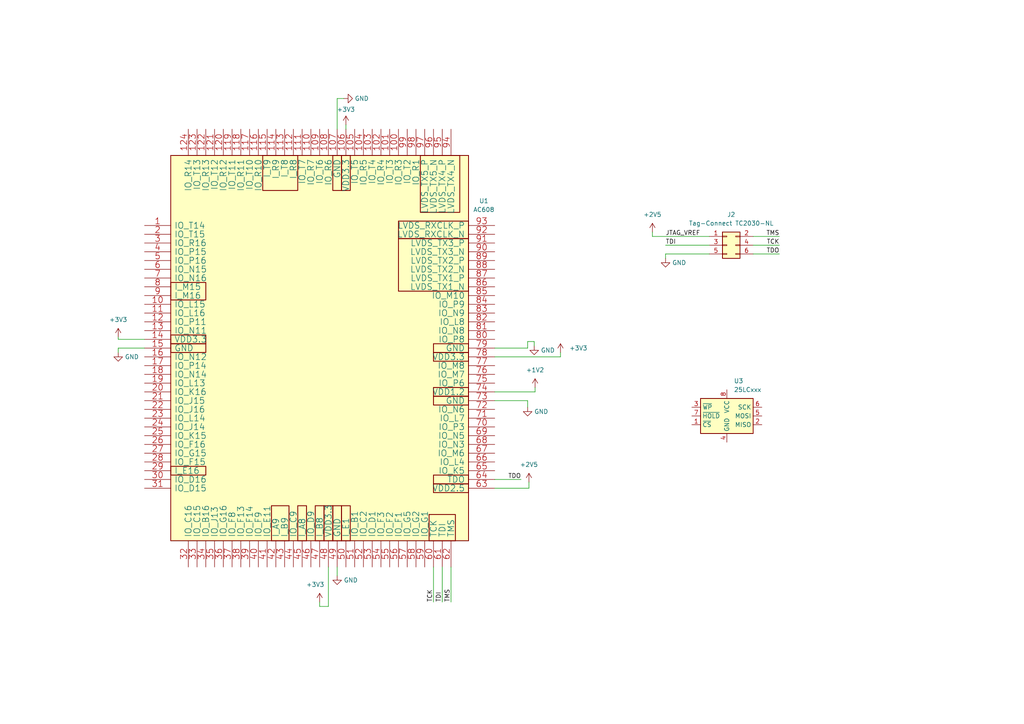
<source format=kicad_sch>
(kicad_sch (version 20211123) (generator eeschema)

  (uuid 0b3e935e-a044-466e-ac7e-7e11a153719b)

  (paper "A4")

  (lib_symbols
    (symbol "Connector_Generic:Conn_02x03_Odd_Even" (pin_names (offset 1.016) hide) (in_bom yes) (on_board yes)
      (property "Reference" "J" (id 0) (at 1.27 5.08 0)
        (effects (font (size 1.27 1.27)))
      )
      (property "Value" "Conn_02x03_Odd_Even" (id 1) (at 1.27 -5.08 0)
        (effects (font (size 1.27 1.27)))
      )
      (property "Footprint" "" (id 2) (at 0 0 0)
        (effects (font (size 1.27 1.27)) hide)
      )
      (property "Datasheet" "~" (id 3) (at 0 0 0)
        (effects (font (size 1.27 1.27)) hide)
      )
      (property "ki_keywords" "connector" (id 4) (at 0 0 0)
        (effects (font (size 1.27 1.27)) hide)
      )
      (property "ki_description" "Generic connector, double row, 02x03, odd/even pin numbering scheme (row 1 odd numbers, row 2 even numbers), script generated (kicad-library-utils/schlib/autogen/connector/)" (id 5) (at 0 0 0)
        (effects (font (size 1.27 1.27)) hide)
      )
      (property "ki_fp_filters" "Connector*:*_2x??_*" (id 6) (at 0 0 0)
        (effects (font (size 1.27 1.27)) hide)
      )
      (symbol "Conn_02x03_Odd_Even_1_1"
        (rectangle (start -1.27 -2.413) (end 0 -2.667)
          (stroke (width 0.1524) (type default) (color 0 0 0 0))
          (fill (type none))
        )
        (rectangle (start -1.27 0.127) (end 0 -0.127)
          (stroke (width 0.1524) (type default) (color 0 0 0 0))
          (fill (type none))
        )
        (rectangle (start -1.27 2.667) (end 0 2.413)
          (stroke (width 0.1524) (type default) (color 0 0 0 0))
          (fill (type none))
        )
        (rectangle (start -1.27 3.81) (end 3.81 -3.81)
          (stroke (width 0.254) (type default) (color 0 0 0 0))
          (fill (type background))
        )
        (rectangle (start 3.81 -2.413) (end 2.54 -2.667)
          (stroke (width 0.1524) (type default) (color 0 0 0 0))
          (fill (type none))
        )
        (rectangle (start 3.81 0.127) (end 2.54 -0.127)
          (stroke (width 0.1524) (type default) (color 0 0 0 0))
          (fill (type none))
        )
        (rectangle (start 3.81 2.667) (end 2.54 2.413)
          (stroke (width 0.1524) (type default) (color 0 0 0 0))
          (fill (type none))
        )
        (pin passive line (at -5.08 2.54 0) (length 3.81)
          (name "Pin_1" (effects (font (size 1.27 1.27))))
          (number "1" (effects (font (size 1.27 1.27))))
        )
        (pin passive line (at 7.62 2.54 180) (length 3.81)
          (name "Pin_2" (effects (font (size 1.27 1.27))))
          (number "2" (effects (font (size 1.27 1.27))))
        )
        (pin passive line (at -5.08 0 0) (length 3.81)
          (name "Pin_3" (effects (font (size 1.27 1.27))))
          (number "3" (effects (font (size 1.27 1.27))))
        )
        (pin passive line (at 7.62 0 180) (length 3.81)
          (name "Pin_4" (effects (font (size 1.27 1.27))))
          (number "4" (effects (font (size 1.27 1.27))))
        )
        (pin passive line (at -5.08 -2.54 0) (length 3.81)
          (name "Pin_5" (effects (font (size 1.27 1.27))))
          (number "5" (effects (font (size 1.27 1.27))))
        )
        (pin passive line (at 7.62 -2.54 180) (length 3.81)
          (name "Pin_6" (effects (font (size 1.27 1.27))))
          (number "6" (effects (font (size 1.27 1.27))))
        )
      )
    )
    (symbol "Memory_EEPROM:25LCxxx" (in_bom yes) (on_board yes)
      (property "Reference" "U" (id 0) (at -7.62 6.35 0)
        (effects (font (size 1.27 1.27)))
      )
      (property "Value" "25LCxxx" (id 1) (at 2.54 -6.35 0)
        (effects (font (size 1.27 1.27)) (justify left))
      )
      (property "Footprint" "" (id 2) (at 0 0 0)
        (effects (font (size 1.27 1.27)) hide)
      )
      (property "Datasheet" "http://ww1.microchip.com/downloads/en/DeviceDoc/21832H.pdf" (id 3) (at 0 0 0)
        (effects (font (size 1.27 1.27)) hide)
      )
      (property "ki_keywords" "EEPROM memory SPI serial" (id 4) (at 0 0 0)
        (effects (font (size 1.27 1.27)) hide)
      )
      (property "ki_description" "SPI Serial EEPROM, DIP-8/SOIC-8/TSSOP-8" (id 5) (at 0 0 0)
        (effects (font (size 1.27 1.27)) hide)
      )
      (property "ki_fp_filters" "DIP*W7.62mm* SOIC*3.9x4.9mm* TSSOP*4.4x3mm*P0.65mm*" (id 6) (at 0 0 0)
        (effects (font (size 1.27 1.27)) hide)
      )
      (symbol "25LCxxx_1_1"
        (rectangle (start -7.62 5.08) (end 7.62 -5.08)
          (stroke (width 0.254) (type default) (color 0 0 0 0))
          (fill (type background))
        )
        (pin input line (at -10.16 -2.54 0) (length 2.54)
          (name "~{CS}" (effects (font (size 1.27 1.27))))
          (number "1" (effects (font (size 1.27 1.27))))
        )
        (pin tri_state line (at 10.16 -2.54 180) (length 2.54)
          (name "MISO" (effects (font (size 1.27 1.27))))
          (number "2" (effects (font (size 1.27 1.27))))
        )
        (pin input line (at -10.16 2.54 0) (length 2.54)
          (name "~{WP}" (effects (font (size 1.27 1.27))))
          (number "3" (effects (font (size 1.27 1.27))))
        )
        (pin power_in line (at 0 -7.62 90) (length 2.54)
          (name "GND" (effects (font (size 1.27 1.27))))
          (number "4" (effects (font (size 1.27 1.27))))
        )
        (pin input line (at 10.16 0 180) (length 2.54)
          (name "MOSI" (effects (font (size 1.27 1.27))))
          (number "5" (effects (font (size 1.27 1.27))))
        )
        (pin input line (at 10.16 2.54 180) (length 2.54)
          (name "SCK" (effects (font (size 1.27 1.27))))
          (number "6" (effects (font (size 1.27 1.27))))
        )
        (pin input line (at -10.16 0 0) (length 2.54)
          (name "~{HOLD}" (effects (font (size 1.27 1.27))))
          (number "7" (effects (font (size 1.27 1.27))))
        )
        (pin power_in line (at 0 7.62 270) (length 2.54)
          (name "VCC" (effects (font (size 1.27 1.27))))
          (number "8" (effects (font (size 1.27 1.27))))
        )
      )
    )
    (symbol "ac608:AC608" (pin_names (offset 1.016)) (in_bom yes) (on_board yes)
      (property "Reference" "U" (id 0) (at -4.572 1.27 0)
        (effects (font (size 1.27 1.27)) (justify left bottom))
      )
      (property "Value" "AC608" (id 1) (at -4.572 -1.27 0)
        (effects (font (size 1.27 1.27)) (justify left bottom))
      )
      (property "Footprint" "" (id 2) (at -44.45 38.1 0)
        (effects (font (size 1.27 1.27)))
      )
      (property "Datasheet" "" (id 3) (at -44.45 38.1 0)
        (effects (font (size 1.27 1.27)))
      )
      (property "ki_description" "AC608 Xiaomiege FPGA module" (id 4) (at 0 0 0)
        (effects (font (size 1.27 1.27)) hide)
      )
      (symbol "AC608_0_1"
        (rectangle (start -44.45 -58.42) (end 41.91 53.34)
          (stroke (width 0.254) (type default) (color 0 0 0 0))
          (fill (type background))
        )
        (rectangle (start -44.45 -39.37) (end -34.29 -36.83)
          (stroke (width 0.254) (type default) (color 0 0 0 0))
          (fill (type background))
        )
        (rectangle (start -44.45 -3.81) (end -34.29 -1.27)
          (stroke (width 0.254) (type default) (color 0 0 0 0))
          (fill (type background))
        )
        (rectangle (start -44.45 -1.27) (end -34.29 1.27)
          (stroke (width 0.254) (type default) (color 0 0 0 0))
          (fill (type background))
        )
        (rectangle (start -44.45 11.43) (end -34.29 16.51)
          (stroke (width 0.254) (type default) (color 0 0 0 0))
          (fill (type background))
        )
        (rectangle (start -17.78 43.18) (end -7.62 53.34)
          (stroke (width 0.254) (type default) (color 0 0 0 0))
          (fill (type background))
        )
        (rectangle (start -15.24 -58.42) (end -10.16 -48.26)
          (stroke (width 0.254) (type default) (color 0 0 0 0))
          (fill (type background))
        )
        (rectangle (start -7.62 -58.42) (end -5.08 -48.26)
          (stroke (width 0.254) (type default) (color 0 0 0 0))
          (fill (type background))
        )
        (rectangle (start -2.54 -58.42) (end 0 -48.26)
          (stroke (width 0.254) (type default) (color 0 0 0 0))
          (fill (type background))
        )
        (rectangle (start 0 -58.42) (end 2.54 -48.26)
          (stroke (width 0.254) (type default) (color 0 0 0 0))
          (fill (type background))
        )
        (rectangle (start 2.54 -58.42) (end 5.08 -48.26)
          (stroke (width 0.254) (type default) (color 0 0 0 0))
          (fill (type background))
        )
        (rectangle (start 2.54 43.18) (end 5.08 53.34)
          (stroke (width 0.254) (type default) (color 0 0 0 0))
          (fill (type background))
        )
        (rectangle (start 5.08 -58.42) (end 7.62 -48.26)
          (stroke (width 0.254) (type default) (color 0 0 0 0))
          (fill (type background))
        )
        (rectangle (start 5.08 43.18) (end 7.62 53.34)
          (stroke (width 0.254) (type default) (color 0 0 0 0))
          (fill (type background))
        )
        (rectangle (start 21.59 13.97) (end 41.91 29.21)
          (stroke (width 0.254) (type default) (color 0 0 0 0))
          (fill (type background))
        )
        (rectangle (start 21.59 29.21) (end 41.91 34.29)
          (stroke (width 0.254) (type default) (color 0 0 0 0))
          (fill (type background))
        )
        (rectangle (start 27.94 36.83) (end 39.37 53.34)
          (stroke (width 0.254) (type default) (color 0 0 0 0))
          (fill (type background))
        )
        (rectangle (start 30.48 -58.42) (end 38.1 -50.8)
          (stroke (width 0.254) (type default) (color 0 0 0 0))
          (fill (type background))
        )
        (rectangle (start 31.75 -44.45) (end 41.91 -41.91)
          (stroke (width 0.254) (type default) (color 0 0 0 0))
          (fill (type background))
        )
        (rectangle (start 31.75 -41.91) (end 41.91 -39.37)
          (stroke (width 0.254) (type default) (color 0 0 0 0))
          (fill (type background))
        )
        (rectangle (start 31.75 -19.05) (end 41.91 -16.51)
          (stroke (width 0.254) (type default) (color 0 0 0 0))
          (fill (type background))
        )
        (rectangle (start 31.75 -16.51) (end 41.91 -13.97)
          (stroke (width 0.254) (type default) (color 0 0 0 0))
          (fill (type background))
        )
        (rectangle (start 31.75 -6.35) (end 41.91 -3.81)
          (stroke (width 0.254) (type default) (color 0 0 0 0))
          (fill (type background))
        )
        (rectangle (start 31.75 -3.81) (end 41.91 -1.27)
          (stroke (width 0.254) (type default) (color 0 0 0 0))
          (fill (type background))
        )
        (pin bidirectional line (at -52.07 33.02 0) (length 7.62)
          (name "IO_T14" (effects (font (size 1.778 1.778))))
          (number "1" (effects (font (size 1.778 1.778))))
        )
        (pin bidirectional line (at -52.07 10.16 0) (length 7.62)
          (name "IO_L15" (effects (font (size 1.778 1.778))))
          (number "10" (effects (font (size 1.778 1.778))))
        )
        (pin bidirectional line (at 21.59 60.96 270) (length 7.62)
          (name "IO_R3" (effects (font (size 1.778 1.778))))
          (number "100" (effects (font (size 1.778 1.778))))
        )
        (pin bidirectional line (at 19.05 60.96 270) (length 7.62)
          (name "IO_T3" (effects (font (size 1.778 1.778))))
          (number "101" (effects (font (size 1.778 1.778))))
        )
        (pin bidirectional line (at 16.51 60.96 270) (length 7.62)
          (name "IO_R4" (effects (font (size 1.778 1.778))))
          (number "102" (effects (font (size 1.778 1.778))))
        )
        (pin bidirectional line (at 13.97 60.96 270) (length 7.62)
          (name "IO_T4" (effects (font (size 1.778 1.778))))
          (number "103" (effects (font (size 1.778 1.778))))
        )
        (pin bidirectional line (at 11.43 60.96 270) (length 7.62)
          (name "IO_R5" (effects (font (size 1.778 1.778))))
          (number "104" (effects (font (size 1.778 1.778))))
        )
        (pin bidirectional line (at 8.89 60.96 270) (length 7.62)
          (name "IO_T5" (effects (font (size 1.778 1.778))))
          (number "105" (effects (font (size 1.778 1.778))))
        )
        (pin power_in line (at 6.35 60.96 270) (length 7.62)
          (name "VDD3.3" (effects (font (size 1.778 1.778))))
          (number "106" (effects (font (size 1.778 1.778))))
        )
        (pin power_in line (at 3.81 60.96 270) (length 7.62)
          (name "GND" (effects (font (size 1.778 1.778))))
          (number "107" (effects (font (size 1.778 1.778))))
        )
        (pin bidirectional line (at 1.27 60.96 270) (length 7.62)
          (name "IO_R6" (effects (font (size 1.778 1.778))))
          (number "108" (effects (font (size 1.778 1.778))))
        )
        (pin bidirectional line (at -1.27 60.96 270) (length 7.62)
          (name "IO_T6" (effects (font (size 1.778 1.778))))
          (number "109" (effects (font (size 1.778 1.778))))
        )
        (pin bidirectional line (at -52.07 7.62 0) (length 7.62)
          (name "IO_L16" (effects (font (size 1.778 1.778))))
          (number "11" (effects (font (size 1.778 1.778))))
        )
        (pin bidirectional line (at -3.81 60.96 270) (length 7.62)
          (name "IO_R7" (effects (font (size 1.778 1.778))))
          (number "110" (effects (font (size 1.778 1.778))))
        )
        (pin bidirectional line (at -6.35 60.96 270) (length 7.62)
          (name "IO_T7" (effects (font (size 1.778 1.778))))
          (number "111" (effects (font (size 1.778 1.778))))
        )
        (pin input line (at -8.89 60.96 270) (length 7.62)
          (name "I_R8" (effects (font (size 1.778 1.778))))
          (number "112" (effects (font (size 1.778 1.778))))
        )
        (pin input line (at -11.43 60.96 270) (length 7.62)
          (name "I_T8" (effects (font (size 1.778 1.778))))
          (number "113" (effects (font (size 1.778 1.778))))
        )
        (pin input line (at -13.97 60.96 270) (length 7.62)
          (name "I_R9" (effects (font (size 1.778 1.778))))
          (number "114" (effects (font (size 1.778 1.778))))
        )
        (pin input line (at -16.51 60.96 270) (length 7.62)
          (name "I_T9" (effects (font (size 1.778 1.778))))
          (number "115" (effects (font (size 1.778 1.778))))
        )
        (pin bidirectional line (at -19.05 60.96 270) (length 7.62)
          (name "IO_R10" (effects (font (size 1.778 1.778))))
          (number "116" (effects (font (size 1.778 1.778))))
        )
        (pin bidirectional line (at -21.59 60.96 270) (length 7.62)
          (name "IO_T10" (effects (font (size 1.778 1.778))))
          (number "117" (effects (font (size 1.778 1.778))))
        )
        (pin bidirectional line (at -24.13 60.96 270) (length 7.62)
          (name "IO_R11" (effects (font (size 1.778 1.778))))
          (number "118" (effects (font (size 1.778 1.778))))
        )
        (pin bidirectional line (at -26.67 60.96 270) (length 7.62)
          (name "IO_T11" (effects (font (size 1.778 1.778))))
          (number "119" (effects (font (size 1.778 1.778))))
        )
        (pin bidirectional line (at -52.07 5.08 0) (length 7.62)
          (name "IO_P11" (effects (font (size 1.778 1.778))))
          (number "12" (effects (font (size 1.778 1.778))))
        )
        (pin bidirectional line (at -29.21 60.96 270) (length 7.62)
          (name "IO_R12" (effects (font (size 1.778 1.778))))
          (number "120" (effects (font (size 1.778 1.778))))
        )
        (pin bidirectional line (at -31.75 60.96 270) (length 7.62)
          (name "IO_T12" (effects (font (size 1.778 1.778))))
          (number "121" (effects (font (size 1.778 1.778))))
        )
        (pin bidirectional line (at -34.29 60.96 270) (length 7.62)
          (name "IO_R13" (effects (font (size 1.778 1.778))))
          (number "122" (effects (font (size 1.778 1.778))))
        )
        (pin bidirectional line (at -36.83 60.96 270) (length 7.62)
          (name "IO_T13" (effects (font (size 1.778 1.778))))
          (number "123" (effects (font (size 1.778 1.778))))
        )
        (pin bidirectional line (at -39.37 60.96 270) (length 7.62)
          (name "IO_R14" (effects (font (size 1.778 1.778))))
          (number "124" (effects (font (size 1.778 1.778))))
        )
        (pin bidirectional line (at -52.07 2.54 0) (length 7.62)
          (name "IO_N11" (effects (font (size 1.778 1.778))))
          (number "13" (effects (font (size 1.778 1.778))))
        )
        (pin power_in line (at -52.07 0 0) (length 7.62)
          (name "VDD3.3" (effects (font (size 1.778 1.778))))
          (number "14" (effects (font (size 1.778 1.778))))
        )
        (pin power_in line (at -52.07 -2.54 0) (length 7.62)
          (name "GND" (effects (font (size 1.778 1.778))))
          (number "15" (effects (font (size 1.778 1.778))))
        )
        (pin bidirectional line (at -52.07 -5.08 0) (length 7.62)
          (name "IO_N12" (effects (font (size 1.778 1.778))))
          (number "16" (effects (font (size 1.778 1.778))))
        )
        (pin bidirectional line (at -52.07 -7.62 0) (length 7.62)
          (name "IO_P14" (effects (font (size 1.778 1.778))))
          (number "17" (effects (font (size 1.778 1.778))))
        )
        (pin bidirectional line (at -52.07 -10.16 0) (length 7.62)
          (name "IO_N14" (effects (font (size 1.778 1.778))))
          (number "18" (effects (font (size 1.778 1.778))))
        )
        (pin bidirectional line (at -52.07 -12.7 0) (length 7.62)
          (name "IO_L13" (effects (font (size 1.778 1.778))))
          (number "19" (effects (font (size 1.778 1.778))))
        )
        (pin bidirectional line (at -52.07 30.48 0) (length 7.62)
          (name "IO_T15" (effects (font (size 1.778 1.778))))
          (number "2" (effects (font (size 1.778 1.778))))
        )
        (pin bidirectional line (at -52.07 -15.24 0) (length 7.62)
          (name "IO_K16" (effects (font (size 1.778 1.778))))
          (number "20" (effects (font (size 1.778 1.778))))
        )
        (pin bidirectional line (at -52.07 -17.78 0) (length 7.62)
          (name "IO_J15" (effects (font (size 1.778 1.778))))
          (number "21" (effects (font (size 1.778 1.778))))
        )
        (pin bidirectional line (at -52.07 -20.32 0) (length 7.62)
          (name "IO_J16" (effects (font (size 1.778 1.778))))
          (number "22" (effects (font (size 1.778 1.778))))
        )
        (pin bidirectional line (at -52.07 -22.86 0) (length 7.62)
          (name "IO_L14" (effects (font (size 1.778 1.778))))
          (number "23" (effects (font (size 1.778 1.778))))
        )
        (pin bidirectional line (at -52.07 -25.4 0) (length 7.62)
          (name "IO_J14" (effects (font (size 1.778 1.778))))
          (number "24" (effects (font (size 1.778 1.778))))
        )
        (pin bidirectional line (at -52.07 -27.94 0) (length 7.62)
          (name "IO_K15" (effects (font (size 1.778 1.778))))
          (number "25" (effects (font (size 1.778 1.778))))
        )
        (pin bidirectional line (at -52.07 -30.48 0) (length 7.62)
          (name "IO_F16" (effects (font (size 1.778 1.778))))
          (number "26" (effects (font (size 1.778 1.778))))
        )
        (pin bidirectional line (at -52.07 -33.02 0) (length 7.62)
          (name "IO_G15" (effects (font (size 1.778 1.778))))
          (number "27" (effects (font (size 1.778 1.778))))
        )
        (pin bidirectional line (at -52.07 -35.56 0) (length 7.62)
          (name "IO_F15" (effects (font (size 1.778 1.778))))
          (number "28" (effects (font (size 1.778 1.778))))
        )
        (pin input line (at -52.07 -38.1 0) (length 7.62)
          (name "I_E16" (effects (font (size 1.778 1.778))))
          (number "29" (effects (font (size 1.778 1.778))))
        )
        (pin bidirectional line (at -52.07 27.94 0) (length 7.62)
          (name "IO_R16" (effects (font (size 1.778 1.778))))
          (number "3" (effects (font (size 1.778 1.778))))
        )
        (pin bidirectional line (at -52.07 -40.64 0) (length 7.62)
          (name "IO_D16" (effects (font (size 1.778 1.778))))
          (number "30" (effects (font (size 1.778 1.778))))
        )
        (pin bidirectional line (at -52.07 -43.18 0) (length 7.62)
          (name "IO_D15" (effects (font (size 1.778 1.778))))
          (number "31" (effects (font (size 1.778 1.778))))
        )
        (pin bidirectional line (at -39.37 -66.04 90) (length 7.62)
          (name "IO_C16" (effects (font (size 1.778 1.778))))
          (number "32" (effects (font (size 1.778 1.778))))
        )
        (pin bidirectional line (at -36.83 -66.04 90) (length 7.62)
          (name "IO_C15" (effects (font (size 1.778 1.778))))
          (number "33" (effects (font (size 1.778 1.778))))
        )
        (pin bidirectional line (at -34.29 -66.04 90) (length 7.62)
          (name "IO_B16" (effects (font (size 1.778 1.778))))
          (number "34" (effects (font (size 1.778 1.778))))
        )
        (pin bidirectional line (at -31.75 -66.04 90) (length 7.62)
          (name "IO_J13" (effects (font (size 1.778 1.778))))
          (number "35" (effects (font (size 1.778 1.778))))
        )
        (pin bidirectional line (at -29.21 -66.04 90) (length 7.62)
          (name "IO_G16" (effects (font (size 1.778 1.778))))
          (number "36" (effects (font (size 1.778 1.778))))
        )
        (pin bidirectional line (at -26.67 -66.04 90) (length 7.62)
          (name "IO_F8" (effects (font (size 1.778 1.778))))
          (number "37" (effects (font (size 1.778 1.778))))
        )
        (pin bidirectional line (at -24.13 -66.04 90) (length 7.62)
          (name "IO_F13" (effects (font (size 1.778 1.778))))
          (number "38" (effects (font (size 1.778 1.778))))
        )
        (pin bidirectional line (at -21.59 -66.04 90) (length 7.62)
          (name "IO_F14" (effects (font (size 1.778 1.778))))
          (number "39" (effects (font (size 1.778 1.778))))
        )
        (pin bidirectional line (at -52.07 25.4 0) (length 7.62)
          (name "IO_P15" (effects (font (size 1.778 1.778))))
          (number "4" (effects (font (size 1.778 1.778))))
        )
        (pin bidirectional line (at -19.05 -66.04 90) (length 7.62)
          (name "IO_F9" (effects (font (size 1.778 1.778))))
          (number "40" (effects (font (size 1.778 1.778))))
        )
        (pin bidirectional line (at -16.51 -66.04 90) (length 7.62)
          (name "IO_E11" (effects (font (size 1.778 1.778))))
          (number "41" (effects (font (size 1.778 1.778))))
        )
        (pin input line (at -13.97 -66.04 90) (length 7.62)
          (name "I_A9" (effects (font (size 1.778 1.778))))
          (number "42" (effects (font (size 1.778 1.778))))
        )
        (pin input line (at -11.43 -66.04 90) (length 7.62)
          (name "I_B9" (effects (font (size 1.778 1.778))))
          (number "43" (effects (font (size 1.778 1.778))))
        )
        (pin bidirectional line (at -8.89 -66.04 90) (length 7.62)
          (name "IO_C9" (effects (font (size 1.778 1.778))))
          (number "44" (effects (font (size 1.778 1.778))))
        )
        (pin input line (at -6.35 -66.04 90) (length 7.62)
          (name "I_A8" (effects (font (size 1.778 1.778))))
          (number "45" (effects (font (size 1.778 1.778))))
        )
        (pin bidirectional line (at -3.81 -66.04 90) (length 7.62)
          (name "IO_D9" (effects (font (size 1.778 1.778))))
          (number "46" (effects (font (size 1.778 1.778))))
        )
        (pin input line (at -1.27 -66.04 90) (length 7.62)
          (name "I_B8" (effects (font (size 1.778 1.778))))
          (number "47" (effects (font (size 1.778 1.778))))
        )
        (pin power_in line (at 1.27 -66.04 90) (length 7.62)
          (name "VDD3.3" (effects (font (size 1.778 1.778))))
          (number "48" (effects (font (size 1.778 1.778))))
        )
        (pin power_in line (at 3.81 -66.04 90) (length 7.62)
          (name "GND" (effects (font (size 1.778 1.778))))
          (number "49" (effects (font (size 1.778 1.778))))
        )
        (pin bidirectional line (at -52.07 22.86 0) (length 7.62)
          (name "IO_P16" (effects (font (size 1.778 1.778))))
          (number "5" (effects (font (size 1.778 1.778))))
        )
        (pin bidirectional line (at 6.35 -66.04 90) (length 7.62)
          (name "I_E1" (effects (font (size 1.778 1.778))))
          (number "50" (effects (font (size 1.778 1.778))))
        )
        (pin bidirectional line (at 8.89 -66.04 90) (length 7.62)
          (name "IO_B1" (effects (font (size 1.778 1.778))))
          (number "51" (effects (font (size 1.778 1.778))))
        )
        (pin bidirectional line (at 11.43 -66.04 90) (length 7.62)
          (name "IO_C2" (effects (font (size 1.778 1.778))))
          (number "52" (effects (font (size 1.778 1.778))))
        )
        (pin bidirectional line (at 13.97 -66.04 90) (length 7.62)
          (name "IO_D1" (effects (font (size 1.778 1.778))))
          (number "53" (effects (font (size 1.778 1.778))))
        )
        (pin bidirectional line (at 16.51 -66.04 90) (length 7.62)
          (name "IO_F3" (effects (font (size 1.778 1.778))))
          (number "54" (effects (font (size 1.778 1.778))))
        )
        (pin bidirectional line (at 19.05 -66.04 90) (length 7.62)
          (name "IO_F2" (effects (font (size 1.778 1.778))))
          (number "55" (effects (font (size 1.778 1.778))))
        )
        (pin bidirectional line (at 21.59 -66.04 90) (length 7.62)
          (name "IO_F1" (effects (font (size 1.778 1.778))))
          (number "56" (effects (font (size 1.778 1.778))))
        )
        (pin bidirectional line (at 24.13 -66.04 90) (length 7.62)
          (name "IO_G5" (effects (font (size 1.778 1.778))))
          (number "57" (effects (font (size 1.778 1.778))))
        )
        (pin bidirectional line (at 26.67 -66.04 90) (length 7.62)
          (name "IO_G2" (effects (font (size 1.778 1.778))))
          (number "58" (effects (font (size 1.778 1.778))))
        )
        (pin bidirectional line (at 29.21 -66.04 90) (length 7.62)
          (name "IO_G1" (effects (font (size 1.778 1.778))))
          (number "59" (effects (font (size 1.778 1.778))))
        )
        (pin bidirectional line (at -52.07 20.32 0) (length 7.62)
          (name "IO_N15" (effects (font (size 1.778 1.778))))
          (number "6" (effects (font (size 1.778 1.778))))
        )
        (pin bidirectional line (at 31.75 -66.04 90) (length 7.62)
          (name "TCK" (effects (font (size 1.778 1.778))))
          (number "60" (effects (font (size 1.778 1.778))))
        )
        (pin bidirectional line (at 34.29 -66.04 90) (length 7.62)
          (name "TDI" (effects (font (size 1.778 1.778))))
          (number "61" (effects (font (size 1.778 1.778))))
        )
        (pin bidirectional line (at 36.83 -66.04 90) (length 7.62)
          (name "TMS" (effects (font (size 1.778 1.778))))
          (number "62" (effects (font (size 1.778 1.778))))
        )
        (pin power_in line (at 49.53 -43.18 180) (length 7.62)
          (name "VDD2.5" (effects (font (size 1.778 1.778))))
          (number "63" (effects (font (size 1.778 1.778))))
        )
        (pin bidirectional line (at 49.53 -40.64 180) (length 7.62)
          (name "TDO" (effects (font (size 1.778 1.778))))
          (number "64" (effects (font (size 1.778 1.778))))
        )
        (pin bidirectional line (at 49.53 -38.1 180) (length 7.62)
          (name "IO_K5" (effects (font (size 1.778 1.778))))
          (number "65" (effects (font (size 1.778 1.778))))
        )
        (pin bidirectional line (at 49.53 -35.56 180) (length 7.62)
          (name "IO_L4" (effects (font (size 1.778 1.778))))
          (number "66" (effects (font (size 1.778 1.778))))
        )
        (pin bidirectional line (at 49.53 -33.02 180) (length 7.62)
          (name "IO_M6" (effects (font (size 1.778 1.778))))
          (number "67" (effects (font (size 1.778 1.778))))
        )
        (pin bidirectional line (at 49.53 -30.48 180) (length 7.62)
          (name "IO_N3" (effects (font (size 1.778 1.778))))
          (number "68" (effects (font (size 1.778 1.778))))
        )
        (pin bidirectional line (at 49.53 -27.94 180) (length 7.62)
          (name "IO_N5" (effects (font (size 1.778 1.778))))
          (number "69" (effects (font (size 1.778 1.778))))
        )
        (pin bidirectional line (at -52.07 17.78 0) (length 7.62)
          (name "IO_N16" (effects (font (size 1.778 1.778))))
          (number "7" (effects (font (size 1.778 1.778))))
        )
        (pin bidirectional line (at 49.53 -25.4 180) (length 7.62)
          (name "IO_P3" (effects (font (size 1.778 1.778))))
          (number "70" (effects (font (size 1.778 1.778))))
        )
        (pin bidirectional line (at 49.53 -22.86 180) (length 7.62)
          (name "IO_L7" (effects (font (size 1.778 1.778))))
          (number "71" (effects (font (size 1.778 1.778))))
        )
        (pin bidirectional line (at 49.53 -20.32 180) (length 7.62)
          (name "IO_N6" (effects (font (size 1.778 1.778))))
          (number "72" (effects (font (size 1.778 1.778))))
        )
        (pin power_in line (at 49.53 -17.78 180) (length 7.62)
          (name "GND" (effects (font (size 1.778 1.778))))
          (number "73" (effects (font (size 1.778 1.778))))
        )
        (pin power_in line (at 49.53 -15.24 180) (length 7.62)
          (name "VDD1.2" (effects (font (size 1.778 1.778))))
          (number "74" (effects (font (size 1.778 1.778))))
        )
        (pin bidirectional line (at 49.53 -12.7 180) (length 7.62)
          (name "IO_P6" (effects (font (size 1.778 1.778))))
          (number "75" (effects (font (size 1.778 1.778))))
        )
        (pin bidirectional line (at 49.53 -10.16 180) (length 7.62)
          (name "IO_M7" (effects (font (size 1.778 1.778))))
          (number "76" (effects (font (size 1.778 1.778))))
        )
        (pin bidirectional line (at 49.53 -7.62 180) (length 7.62)
          (name "IO_M8" (effects (font (size 1.778 1.778))))
          (number "77" (effects (font (size 1.778 1.778))))
        )
        (pin power_in line (at 49.53 -5.08 180) (length 7.62)
          (name "VDD3.3" (effects (font (size 1.778 1.778))))
          (number "78" (effects (font (size 1.778 1.778))))
        )
        (pin power_in line (at 49.53 -2.54 180) (length 7.62)
          (name "GND" (effects (font (size 1.778 1.778))))
          (number "79" (effects (font (size 1.778 1.778))))
        )
        (pin input line (at -52.07 15.24 0) (length 7.62)
          (name "I_M15" (effects (font (size 1.778 1.778))))
          (number "8" (effects (font (size 1.778 1.778))))
        )
        (pin bidirectional line (at 49.53 0 180) (length 7.62)
          (name "IO_P8" (effects (font (size 1.778 1.778))))
          (number "80" (effects (font (size 1.778 1.778))))
        )
        (pin bidirectional line (at 49.53 2.54 180) (length 7.62)
          (name "IO_N8" (effects (font (size 1.778 1.778))))
          (number "81" (effects (font (size 1.778 1.778))))
        )
        (pin bidirectional line (at 49.53 5.08 180) (length 7.62)
          (name "IO_L8" (effects (font (size 1.778 1.778))))
          (number "82" (effects (font (size 1.778 1.778))))
        )
        (pin bidirectional line (at 49.53 7.62 180) (length 7.62)
          (name "IO_N9" (effects (font (size 1.778 1.778))))
          (number "83" (effects (font (size 1.778 1.778))))
        )
        (pin bidirectional line (at 49.53 10.16 180) (length 7.62)
          (name "IO_P9" (effects (font (size 1.778 1.778))))
          (number "84" (effects (font (size 1.778 1.778))))
        )
        (pin bidirectional line (at 49.53 12.7 180) (length 7.62)
          (name "IO_M10" (effects (font (size 1.778 1.778))))
          (number "85" (effects (font (size 1.778 1.778))))
        )
        (pin bidirectional line (at 49.53 15.24 180) (length 7.62)
          (name "LVDS_TX1_N" (effects (font (size 1.778 1.778))))
          (number "86" (effects (font (size 1.778 1.778))))
        )
        (pin bidirectional line (at 49.53 17.78 180) (length 7.62)
          (name "LVDS_TX1_P" (effects (font (size 1.778 1.778))))
          (number "87" (effects (font (size 1.778 1.778))))
        )
        (pin bidirectional line (at 49.53 20.32 180) (length 7.62)
          (name "LVDS_TX2_N" (effects (font (size 1.778 1.778))))
          (number "88" (effects (font (size 1.778 1.778))))
        )
        (pin bidirectional line (at 49.53 22.86 180) (length 7.62)
          (name "LVDS_TX2_P" (effects (font (size 1.778 1.778))))
          (number "89" (effects (font (size 1.778 1.778))))
        )
        (pin input line (at -52.07 12.7 0) (length 7.62)
          (name "I_M16" (effects (font (size 1.778 1.778))))
          (number "9" (effects (font (size 1.778 1.778))))
        )
        (pin bidirectional line (at 49.53 25.4 180) (length 7.62)
          (name "LVDS_TX3_N" (effects (font (size 1.778 1.778))))
          (number "90" (effects (font (size 1.778 1.778))))
        )
        (pin bidirectional line (at 49.53 27.94 180) (length 7.62)
          (name "LVDS_TX3_P" (effects (font (size 1.778 1.778))))
          (number "91" (effects (font (size 1.778 1.778))))
        )
        (pin bidirectional line (at 49.53 30.48 180) (length 7.62)
          (name "LVDS_RXCLK_N" (effects (font (size 1.778 1.778))))
          (number "92" (effects (font (size 1.778 1.778))))
        )
        (pin bidirectional line (at 49.53 33.02 180) (length 7.62)
          (name "LVDS_RXCLK_P" (effects (font (size 1.778 1.778))))
          (number "93" (effects (font (size 1.778 1.778))))
        )
        (pin bidirectional line (at 36.83 60.96 270) (length 7.62)
          (name "LVDS_TX4_N" (effects (font (size 1.778 1.778))))
          (number "94" (effects (font (size 1.778 1.778))))
        )
        (pin bidirectional line (at 34.29 60.96 270) (length 7.62)
          (name "LVDS_TX4_P" (effects (font (size 1.778 1.778))))
          (number "95" (effects (font (size 1.778 1.778))))
        )
        (pin bidirectional line (at 31.75 60.96 270) (length 7.62)
          (name "LVDS_TX5_N" (effects (font (size 1.778 1.778))))
          (number "96" (effects (font (size 1.778 1.778))))
        )
        (pin bidirectional line (at 29.21 60.96 270) (length 7.62)
          (name "LVDS_TX5_P" (effects (font (size 1.778 1.778))))
          (number "97" (effects (font (size 1.778 1.778))))
        )
        (pin bidirectional line (at 26.67 60.96 270) (length 7.62)
          (name "IO_R1" (effects (font (size 1.778 1.778))))
          (number "98" (effects (font (size 1.778 1.778))))
        )
        (pin bidirectional line (at 24.13 60.96 270) (length 7.62)
          (name "IO_T2" (effects (font (size 1.778 1.778))))
          (number "99" (effects (font (size 1.778 1.778))))
        )
      )
    )
    (symbol "power:+1V2" (power) (pin_names (offset 0)) (in_bom yes) (on_board yes)
      (property "Reference" "#PWR" (id 0) (at 0 -3.81 0)
        (effects (font (size 1.27 1.27)) hide)
      )
      (property "Value" "+1V2" (id 1) (at 0 3.556 0)
        (effects (font (size 1.27 1.27)))
      )
      (property "Footprint" "" (id 2) (at 0 0 0)
        (effects (font (size 1.27 1.27)) hide)
      )
      (property "Datasheet" "" (id 3) (at 0 0 0)
        (effects (font (size 1.27 1.27)) hide)
      )
      (property "ki_keywords" "power-flag" (id 4) (at 0 0 0)
        (effects (font (size 1.27 1.27)) hide)
      )
      (property "ki_description" "Power symbol creates a global label with name \"+1V2\"" (id 5) (at 0 0 0)
        (effects (font (size 1.27 1.27)) hide)
      )
      (symbol "+1V2_0_1"
        (polyline
          (pts
            (xy -0.762 1.27)
            (xy 0 2.54)
          )
          (stroke (width 0) (type default) (color 0 0 0 0))
          (fill (type none))
        )
        (polyline
          (pts
            (xy 0 0)
            (xy 0 2.54)
          )
          (stroke (width 0) (type default) (color 0 0 0 0))
          (fill (type none))
        )
        (polyline
          (pts
            (xy 0 2.54)
            (xy 0.762 1.27)
          )
          (stroke (width 0) (type default) (color 0 0 0 0))
          (fill (type none))
        )
      )
      (symbol "+1V2_1_1"
        (pin power_in line (at 0 0 90) (length 0) hide
          (name "+1V2" (effects (font (size 1.27 1.27))))
          (number "1" (effects (font (size 1.27 1.27))))
        )
      )
    )
    (symbol "power:+2V5" (power) (pin_names (offset 0)) (in_bom yes) (on_board yes)
      (property "Reference" "#PWR" (id 0) (at 0 -3.81 0)
        (effects (font (size 1.27 1.27)) hide)
      )
      (property "Value" "+2V5" (id 1) (at 0 3.556 0)
        (effects (font (size 1.27 1.27)))
      )
      (property "Footprint" "" (id 2) (at 0 0 0)
        (effects (font (size 1.27 1.27)) hide)
      )
      (property "Datasheet" "" (id 3) (at 0 0 0)
        (effects (font (size 1.27 1.27)) hide)
      )
      (property "ki_keywords" "power-flag" (id 4) (at 0 0 0)
        (effects (font (size 1.27 1.27)) hide)
      )
      (property "ki_description" "Power symbol creates a global label with name \"+2V5\"" (id 5) (at 0 0 0)
        (effects (font (size 1.27 1.27)) hide)
      )
      (symbol "+2V5_0_1"
        (polyline
          (pts
            (xy -0.762 1.27)
            (xy 0 2.54)
          )
          (stroke (width 0) (type default) (color 0 0 0 0))
          (fill (type none))
        )
        (polyline
          (pts
            (xy 0 0)
            (xy 0 2.54)
          )
          (stroke (width 0) (type default) (color 0 0 0 0))
          (fill (type none))
        )
        (polyline
          (pts
            (xy 0 2.54)
            (xy 0.762 1.27)
          )
          (stroke (width 0) (type default) (color 0 0 0 0))
          (fill (type none))
        )
      )
      (symbol "+2V5_1_1"
        (pin power_in line (at 0 0 90) (length 0) hide
          (name "+2V5" (effects (font (size 1.27 1.27))))
          (number "1" (effects (font (size 1.27 1.27))))
        )
      )
    )
    (symbol "power:+3V3" (power) (pin_names (offset 0)) (in_bom yes) (on_board yes)
      (property "Reference" "#PWR" (id 0) (at 0 -3.81 0)
        (effects (font (size 1.27 1.27)) hide)
      )
      (property "Value" "+3V3" (id 1) (at 0 3.556 0)
        (effects (font (size 1.27 1.27)))
      )
      (property "Footprint" "" (id 2) (at 0 0 0)
        (effects (font (size 1.27 1.27)) hide)
      )
      (property "Datasheet" "" (id 3) (at 0 0 0)
        (effects (font (size 1.27 1.27)) hide)
      )
      (property "ki_keywords" "power-flag" (id 4) (at 0 0 0)
        (effects (font (size 1.27 1.27)) hide)
      )
      (property "ki_description" "Power symbol creates a global label with name \"+3V3\"" (id 5) (at 0 0 0)
        (effects (font (size 1.27 1.27)) hide)
      )
      (symbol "+3V3_0_1"
        (polyline
          (pts
            (xy -0.762 1.27)
            (xy 0 2.54)
          )
          (stroke (width 0) (type default) (color 0 0 0 0))
          (fill (type none))
        )
        (polyline
          (pts
            (xy 0 0)
            (xy 0 2.54)
          )
          (stroke (width 0) (type default) (color 0 0 0 0))
          (fill (type none))
        )
        (polyline
          (pts
            (xy 0 2.54)
            (xy 0.762 1.27)
          )
          (stroke (width 0) (type default) (color 0 0 0 0))
          (fill (type none))
        )
      )
      (symbol "+3V3_1_1"
        (pin power_in line (at 0 0 90) (length 0) hide
          (name "+3V3" (effects (font (size 1.27 1.27))))
          (number "1" (effects (font (size 1.27 1.27))))
        )
      )
    )
    (symbol "power:GND" (power) (pin_names (offset 0)) (in_bom yes) (on_board yes)
      (property "Reference" "#PWR" (id 0) (at 0 -6.35 0)
        (effects (font (size 1.27 1.27)) hide)
      )
      (property "Value" "GND" (id 1) (at 0 -3.81 0)
        (effects (font (size 1.27 1.27)))
      )
      (property "Footprint" "" (id 2) (at 0 0 0)
        (effects (font (size 1.27 1.27)) hide)
      )
      (property "Datasheet" "" (id 3) (at 0 0 0)
        (effects (font (size 1.27 1.27)) hide)
      )
      (property "ki_keywords" "power-flag" (id 4) (at 0 0 0)
        (effects (font (size 1.27 1.27)) hide)
      )
      (property "ki_description" "Power symbol creates a global label with name \"GND\" , ground" (id 5) (at 0 0 0)
        (effects (font (size 1.27 1.27)) hide)
      )
      (symbol "GND_0_1"
        (polyline
          (pts
            (xy 0 0)
            (xy 0 -1.27)
            (xy 1.27 -1.27)
            (xy 0 -2.54)
            (xy -1.27 -1.27)
            (xy 0 -1.27)
          )
          (stroke (width 0) (type default) (color 0 0 0 0))
          (fill (type none))
        )
      )
      (symbol "GND_1_1"
        (pin power_in line (at 0 0 270) (length 0) hide
          (name "GND" (effects (font (size 1.27 1.27))))
          (number "1" (effects (font (size 1.27 1.27))))
        )
      )
    )
  )


  (wire (pts (xy 218.44 73.66) (xy 226.06 73.66))
    (stroke (width 0) (type default) (color 0 0 0 0))
    (uuid 0b8838f1-e91b-4b50-8efd-dcf093684b7e)
  )
  (wire (pts (xy 128.27 164.465) (xy 128.27 174.625))
    (stroke (width 0) (type default) (color 0 0 0 0))
    (uuid 146cd8bd-bcca-4f01-bfcc-c90c3d16f316)
  )
  (wire (pts (xy 153.035 100.965) (xy 143.51 100.965))
    (stroke (width 0) (type default) (color 0 0 0 0))
    (uuid 19ad024f-74ec-430c-a1a0-0065205302c9)
  )
  (wire (pts (xy 153.035 99.06) (xy 154.94 99.06))
    (stroke (width 0) (type default) (color 0 0 0 0))
    (uuid 1d972e83-1351-49de-b5c6-64952c558cfc)
  )
  (wire (pts (xy 34.29 98.425) (xy 34.29 97.79))
    (stroke (width 0) (type default) (color 0 0 0 0))
    (uuid 1f1bde75-182d-4182-b0e9-60834d34d675)
  )
  (wire (pts (xy 41.91 98.425) (xy 34.29 98.425))
    (stroke (width 0) (type default) (color 0 0 0 0))
    (uuid 211180c8-b083-49e5-af0a-8ebfaac5d614)
  )
  (wire (pts (xy 193.04 71.12) (xy 205.74 71.12))
    (stroke (width 0) (type default) (color 0 0 0 0))
    (uuid 23e2940e-049a-4ee3-9cf9-b0b9f6a6b084)
  )
  (wire (pts (xy 155.194 113.665) (xy 155.194 112.395))
    (stroke (width 0) (type default) (color 0 0 0 0))
    (uuid 29372820-1d36-4ba7-b2e8-ae706172b451)
  )
  (wire (pts (xy 189.23 68.58) (xy 205.74 68.58))
    (stroke (width 0) (type default) (color 0 0 0 0))
    (uuid 2ef4de46-de02-44b3-b07d-bcf2314852e7)
  )
  (wire (pts (xy 100.33 36.195) (xy 100.33 37.465))
    (stroke (width 0) (type default) (color 0 0 0 0))
    (uuid 45e3cc5f-2b49-411c-8a8d-1816823fc770)
  )
  (wire (pts (xy 34.29 102.235) (xy 34.29 100.965))
    (stroke (width 0) (type default) (color 0 0 0 0))
    (uuid 4fc8b6fb-7652-4948-b311-569ac18fc61c)
  )
  (wire (pts (xy 97.79 37.465) (xy 97.79 28.575))
    (stroke (width 0) (type default) (color 0 0 0 0))
    (uuid 63fb707b-440b-436c-b375-9eef577e661e)
  )
  (wire (pts (xy 143.51 139.065) (xy 151.13 139.065))
    (stroke (width 0) (type default) (color 0 0 0 0))
    (uuid 665683c6-dddb-42e9-8cb5-5cd7cd0ba1ac)
  )
  (wire (pts (xy 153.416 139.827) (xy 153.416 141.605))
    (stroke (width 0) (type default) (color 0 0 0 0))
    (uuid 76264792-d256-427b-9bea-c4d9a3557403)
  )
  (wire (pts (xy 162.56 103.505) (xy 162.56 102.235))
    (stroke (width 0) (type default) (color 0 0 0 0))
    (uuid 778dec51-084f-4487-83f7-edd29a6cb309)
  )
  (wire (pts (xy 143.51 103.505) (xy 162.56 103.505))
    (stroke (width 0) (type default) (color 0 0 0 0))
    (uuid 87bc7c93-4945-4f37-8d4b-619d328f1964)
  )
  (wire (pts (xy 92.71 175.895) (xy 92.71 174.625))
    (stroke (width 0) (type default) (color 0 0 0 0))
    (uuid 8f89b220-3570-4def-aea9-2d261e272ce9)
  )
  (wire (pts (xy 153.035 100.965) (xy 153.035 99.06))
    (stroke (width 0) (type default) (color 0 0 0 0))
    (uuid 90f7e3f4-1ca8-4689-a8ad-ee8386e3626e)
  )
  (wire (pts (xy 154.94 99.06) (xy 154.94 100.33))
    (stroke (width 0) (type default) (color 0 0 0 0))
    (uuid 98564ff6-eb82-4fcf-ac39-53ff297f36b8)
  )
  (wire (pts (xy 97.79 164.465) (xy 97.79 167.005))
    (stroke (width 0) (type default) (color 0 0 0 0))
    (uuid 9bc40af2-c2b1-44c3-a632-aa7d98f54fbd)
  )
  (wire (pts (xy 97.79 28.575) (xy 99.695 28.575))
    (stroke (width 0) (type default) (color 0 0 0 0))
    (uuid 9fe3c4a9-a961-43ea-a1c9-00903b970155)
  )
  (wire (pts (xy 95.25 164.465) (xy 95.25 175.895))
    (stroke (width 0) (type default) (color 0 0 0 0))
    (uuid a1a5896d-5bf2-4283-afeb-5fe3c87a40a7)
  )
  (wire (pts (xy 189.23 67.31) (xy 189.23 68.58))
    (stroke (width 0) (type default) (color 0 0 0 0))
    (uuid a9f969ae-3879-4d50-aa2e-428fdab2e70b)
  )
  (wire (pts (xy 130.81 164.465) (xy 130.81 174.625))
    (stroke (width 0) (type default) (color 0 0 0 0))
    (uuid c11cd88f-3c11-4d44-bfc7-c9bc29761f57)
  )
  (wire (pts (xy 218.44 71.12) (xy 226.06 71.12))
    (stroke (width 0) (type default) (color 0 0 0 0))
    (uuid c4be2c96-8d75-46f1-8150-32d264e7915f)
  )
  (wire (pts (xy 193.04 74.93) (xy 193.04 73.66))
    (stroke (width 0) (type default) (color 0 0 0 0))
    (uuid c7919cc3-f84c-4c88-9c7f-a030ae29b500)
  )
  (wire (pts (xy 153.035 118.11) (xy 153.035 116.205))
    (stroke (width 0) (type default) (color 0 0 0 0))
    (uuid cd3f7f21-a41d-45d9-9b11-f6e5d0c9ef58)
  )
  (wire (pts (xy 193.04 73.66) (xy 205.74 73.66))
    (stroke (width 0) (type default) (color 0 0 0 0))
    (uuid cd568ee2-4c1c-4c19-b6a1-a8de27eb0efd)
  )
  (wire (pts (xy 95.25 175.895) (xy 92.71 175.895))
    (stroke (width 0) (type default) (color 0 0 0 0))
    (uuid cd71b995-40dd-4d9d-bdda-157fa617ae92)
  )
  (wire (pts (xy 218.44 68.58) (xy 226.06 68.58))
    (stroke (width 0) (type default) (color 0 0 0 0))
    (uuid d432ab79-d632-47a1-8ade-18170811cbe2)
  )
  (wire (pts (xy 143.51 113.665) (xy 155.194 113.665))
    (stroke (width 0) (type default) (color 0 0 0 0))
    (uuid d4d87ba5-c50a-45db-a8ae-b0151465a69f)
  )
  (wire (pts (xy 153.035 116.205) (xy 143.51 116.205))
    (stroke (width 0) (type default) (color 0 0 0 0))
    (uuid e39831d4-e218-4f5c-a8df-f011ebceea44)
  )
  (wire (pts (xy 34.29 100.965) (xy 41.91 100.965))
    (stroke (width 0) (type default) (color 0 0 0 0))
    (uuid e9337660-1bf6-4c12-96df-21d8f763a1e0)
  )
  (wire (pts (xy 125.73 164.465) (xy 125.73 174.625))
    (stroke (width 0) (type default) (color 0 0 0 0))
    (uuid f54bd8f6-46ad-4978-8b92-c7b38ce8c417)
  )
  (wire (pts (xy 153.416 141.605) (xy 143.51 141.605))
    (stroke (width 0) (type default) (color 0 0 0 0))
    (uuid f7c58ad2-bb75-4650-96a2-c12b471ea8ca)
  )

  (label "TCK" (at 226.06 71.12 180)
    (effects (font (size 1.27 1.27)) (justify right bottom))
    (uuid 0c460963-c2a3-4645-8261-3bc4880e9d48)
  )
  (label "TDI" (at 193.04 71.12 0)
    (effects (font (size 1.27 1.27)) (justify left bottom))
    (uuid 4cca64ba-87de-4eae-93c3-8f7b125a6445)
  )
  (label "TDI" (at 128.27 174.625 90)
    (effects (font (size 1.27 1.27)) (justify left bottom))
    (uuid 6fa970da-018a-43fe-ac98-85bee95d3bfe)
  )
  (label "TMS" (at 130.81 174.625 90)
    (effects (font (size 1.27 1.27)) (justify left bottom))
    (uuid 715ca99b-fad3-402f-9050-7e17f6d6f851)
  )
  (label "JTAG_VREF" (at 193.04 68.58 0)
    (effects (font (size 1.27 1.27)) (justify left bottom))
    (uuid 7c77c1a6-2359-45a7-9e72-68e89dcb026b)
  )
  (label "TMS" (at 226.06 68.58 180)
    (effects (font (size 1.27 1.27)) (justify right bottom))
    (uuid 916ed9b2-7461-4a00-b4bb-3eaffb635db5)
  )
  (label "TDO" (at 226.06 73.66 180)
    (effects (font (size 1.27 1.27)) (justify right bottom))
    (uuid 95694897-362d-452f-a7a2-5beb8e29321c)
  )
  (label "TCK" (at 125.73 174.625 90)
    (effects (font (size 1.27 1.27)) (justify left bottom))
    (uuid b1c213fe-9f39-49db-99f2-b2205d14e35d)
  )
  (label "TDO" (at 151.13 139.065 180)
    (effects (font (size 1.27 1.27)) (justify right bottom))
    (uuid e44d43bc-eaa5-4e2e-9d19-058e9455e6af)
  )

  (symbol (lib_id "power:GND") (at 99.695 28.575 90) (mirror x) (unit 1)
    (in_bom yes) (on_board yes) (fields_autoplaced)
    (uuid 0586bc15-4065-41ba-82a9-4576be6a0ccb)
    (property "Reference" "#PWR0104" (id 0) (at 106.045 28.575 0)
      (effects (font (size 1.27 1.27)) hide)
    )
    (property "Value" "GND" (id 1) (at 102.87 28.5749 90)
      (effects (font (size 1.27 1.27)) (justify right))
    )
    (property "Footprint" "" (id 2) (at 99.695 28.575 0)
      (effects (font (size 1.27 1.27)) hide)
    )
    (property "Datasheet" "" (id 3) (at 99.695 28.575 0)
      (effects (font (size 1.27 1.27)) hide)
    )
    (pin "1" (uuid b1b6f318-bfed-4ce5-b7de-5ffedaf524d2))
  )

  (symbol (lib_id "Memory_EEPROM:25LCxxx") (at 210.82 120.65 0) (unit 1)
    (in_bom yes) (on_board yes) (fields_autoplaced)
    (uuid 1eaeb1f8-102c-4dae-b11e-38e3793f4695)
    (property "Reference" "U3" (id 0) (at 212.8394 110.49 0)
      (effects (font (size 1.27 1.27)) (justify left))
    )
    (property "Value" "25LCxxx" (id 1) (at 212.8394 113.03 0)
      (effects (font (size 1.27 1.27)) (justify left))
    )
    (property "Footprint" "Package_SO:SOIC-8W_5.3x5.3mm_P1.27mm" (id 2) (at 210.82 120.65 0)
      (effects (font (size 1.27 1.27)) hide)
    )
    (property "Datasheet" "http://ww1.microchip.com/downloads/en/DeviceDoc/21832H.pdf" (id 3) (at 210.82 120.65 0)
      (effects (font (size 1.27 1.27)) hide)
    )
    (pin "1" (uuid 5da163ec-5d3a-4f65-bf44-4d3a154390df))
    (pin "2" (uuid b3e6b6be-e3bf-4526-9a0a-f38201cae992))
    (pin "3" (uuid 614864e4-2353-409a-bcc5-49c77183584b))
    (pin "4" (uuid 274ebfad-7bbe-48ae-bb25-16381dc0bb31))
    (pin "5" (uuid 450bf7ca-a507-4f9a-95a2-2d5ac8d36808))
    (pin "6" (uuid c6921919-a56f-46e5-9119-5be01ca3b917))
    (pin "7" (uuid 24e34c65-a318-4b04-8319-220efb387767))
    (pin "8" (uuid fe2786b4-494f-49ec-a306-5c25a23797d7))
  )

  (symbol (lib_id "power:+1V2") (at 155.194 112.395 0) (unit 1)
    (in_bom yes) (on_board yes) (fields_autoplaced)
    (uuid 2426dabc-0270-4aaf-a278-84f9e1c0efd7)
    (property "Reference" "#PWR0109" (id 0) (at 155.194 116.205 0)
      (effects (font (size 1.27 1.27)) hide)
    )
    (property "Value" "+1V2" (id 1) (at 155.194 107.315 0))
    (property "Footprint" "" (id 2) (at 155.194 112.395 0)
      (effects (font (size 1.27 1.27)) hide)
    )
    (property "Datasheet" "" (id 3) (at 155.194 112.395 0)
      (effects (font (size 1.27 1.27)) hide)
    )
    (pin "1" (uuid dc2bd431-ab75-474f-a74a-f6d1993c79fa))
  )

  (symbol (lib_id "power:+3V3") (at 92.71 174.625 0) (unit 1)
    (in_bom yes) (on_board yes)
    (uuid 3b0d323f-47bd-47c9-9563-56337b18945f)
    (property "Reference" "#PWR0107" (id 0) (at 92.71 178.435 0)
      (effects (font (size 1.27 1.27)) hide)
    )
    (property "Value" "+3V3" (id 1) (at 91.44 169.545 0))
    (property "Footprint" "" (id 2) (at 92.71 174.625 0)
      (effects (font (size 1.27 1.27)) hide)
    )
    (property "Datasheet" "" (id 3) (at 92.71 174.625 0)
      (effects (font (size 1.27 1.27)) hide)
    )
    (pin "1" (uuid 6a34abb4-9899-4040-9e43-c0c98402cef7))
  )

  (symbol (lib_id "ac608:AC608") (at 93.98 98.425 0) (unit 1)
    (in_bom yes) (on_board yes) (fields_autoplaced)
    (uuid 3ff3af7d-8213-4cdf-8be8-8614f2726b83)
    (property "Reference" "U1" (id 0) (at 140.335 58.2674 0))
    (property "Value" "AC608" (id 1) (at 140.335 60.8074 0))
    (property "Footprint" "footprints:ac608" (id 2) (at 49.53 60.325 0)
      (effects (font (size 1.27 1.27)) hide)
    )
    (property "Datasheet" "" (id 3) (at 49.53 60.325 0))
    (pin "1" (uuid 541679c3-4894-42e1-82d3-06a10b2b8b3f))
    (pin "10" (uuid 48b6c344-346f-4830-986f-1c345b284e98))
    (pin "100" (uuid c5cb9351-ec43-45c4-839a-3b43ee543420))
    (pin "101" (uuid 30d5a1f4-3339-40a2-bd7e-0fede178aab8))
    (pin "102" (uuid 9b0601ef-726d-4b09-8f79-e265530bb7fa))
    (pin "103" (uuid b7c2f2c9-4eac-4454-bdf7-a74273331fa1))
    (pin "104" (uuid a1c8a1e0-5daf-44c3-8c67-555fbc7b40e5))
    (pin "105" (uuid 06858ffe-c143-4ff8-a33f-f6d75554ff9f))
    (pin "106" (uuid 424a6c60-1d2d-48e9-b39a-3fc63c1b40f2))
    (pin "107" (uuid 480ff204-9f20-4813-a289-79e4e0ca8ab0))
    (pin "108" (uuid ffdfed78-6c3f-4a2d-b4ca-7768565ea81e))
    (pin "109" (uuid 581bd438-9ee8-46c7-bdd3-c4da9225ca9e))
    (pin "11" (uuid c35e7e8b-8543-44db-963f-be10f8b6637f))
    (pin "110" (uuid 2ce5c671-fd95-4139-86ba-77de724be1a5))
    (pin "111" (uuid bc9dc358-6ce3-4cd1-80b4-2df742005e1e))
    (pin "112" (uuid c71f726b-28ae-4c9a-94d1-f14edffb5076))
    (pin "113" (uuid 222455b0-bac2-4a13-9e73-ccad412cb1ec))
    (pin "114" (uuid 841a0c95-44fb-46a0-a9b0-b222b99f1aea))
    (pin "115" (uuid 8a4bb11e-a7dc-4b71-9223-d7f110b9efd5))
    (pin "116" (uuid 9cd65738-3266-486a-ba37-03add1d67732))
    (pin "117" (uuid f9d477b4-2e9a-4f3f-9f5a-0a637be6dda1))
    (pin "118" (uuid 667d6a1d-1e41-4aa9-a155-032f9d51993c))
    (pin "119" (uuid 5e7c0f3b-4da4-43c5-83ff-6b27c5c5043f))
    (pin "12" (uuid b094dc3e-f3f9-40d3-99cb-f20d22be113f))
    (pin "120" (uuid 98bfa0a0-b688-4593-9654-b9ae539d2821))
    (pin "121" (uuid f16ec146-9f34-4178-8de2-23767a46a22f))
    (pin "122" (uuid 844e88bd-baa0-4067-a2c8-389d6efd80a5))
    (pin "123" (uuid 106aecd3-3456-43a2-9931-def0c5876efd))
    (pin "124" (uuid 67960122-0d9b-4b69-b43b-4fd793e33a8d))
    (pin "13" (uuid 285c5317-2435-43d0-9799-420ef7eb1d7e))
    (pin "14" (uuid 6c3ecefd-16ca-412a-b4a4-d70ed67e9bf4))
    (pin "15" (uuid 1fdb8766-2910-4eaf-9050-6c78337ef0a7))
    (pin "16" (uuid 22531695-b848-4089-81c1-ada3d1196b17))
    (pin "17" (uuid 3a74641c-110f-4b0a-a5c4-4d085930b2fb))
    (pin "18" (uuid a1e6efab-a158-4c93-96af-4939da79ef3f))
    (pin "19" (uuid 9267d3d6-ee32-4850-a348-a6bab6e47bc1))
    (pin "2" (uuid 9160c59b-0fe7-43da-b6ef-8b58ce4e3259))
    (pin "20" (uuid 5769d0a2-096f-40ba-85fd-09cb25760894))
    (pin "21" (uuid 973c9234-552d-4499-ab7e-2c326f0a0de7))
    (pin "22" (uuid 7dd76e30-93c0-46c4-9292-5aa5e87d28c2))
    (pin "23" (uuid 6750d14d-a66e-4907-9874-ff529f76dd9e))
    (pin "24" (uuid 22fbbdcd-6953-4446-b142-15fc9e93a77a))
    (pin "25" (uuid e0f1c921-1c7c-4966-a86e-51b20b4e97cf))
    (pin "26" (uuid de4e1f8b-de59-4c55-a89a-c488ccfb799a))
    (pin "27" (uuid 445d8376-ce55-41e5-86fc-bb5bf5260cbf))
    (pin "28" (uuid fe91cca2-d4b3-4861-a8dd-3cf43e119ed0))
    (pin "29" (uuid 1830213b-29c5-45ae-8e58-66ae24634570))
    (pin "3" (uuid 67dca40b-7665-460f-802b-9c34db66d7bb))
    (pin "30" (uuid da11a8b0-8239-40fc-af7d-63bc4bee84f7))
    (pin "31" (uuid 2c8660e6-499f-4327-b3f5-74b7d2626e03))
    (pin "32" (uuid 6cba7b07-a69e-451e-b79a-406a8ad2b1e5))
    (pin "33" (uuid eb941752-38c5-451e-aba9-76abb46c3e2b))
    (pin "34" (uuid 4e86d3af-cb81-4e95-8c82-ba7ae8adfd28))
    (pin "35" (uuid 8b1d9254-d121-48c0-9b5d-328fbf1ee2c8))
    (pin "36" (uuid 58b43f08-ad6f-4b0c-8b4c-13dab70c283e))
    (pin "37" (uuid 260afef5-9639-4c35-971f-49dd23c2e3ee))
    (pin "38" (uuid eaef0fa1-a18e-4aed-a79d-0eab683b38cd))
    (pin "39" (uuid 55b7c25f-90f5-4566-8fbf-31b7c7398856))
    (pin "4" (uuid fbc0133a-66f0-45fd-8be3-d31d82e5f8cd))
    (pin "40" (uuid f9e66f79-fdd9-4ec8-8f4c-4dded77e2e53))
    (pin "41" (uuid a0b3beb9-77e4-4569-8177-0000371f97d0))
    (pin "42" (uuid 41301e23-aa78-4b76-9d6f-1a0a110d3db9))
    (pin "43" (uuid 9dcf4d82-4bac-481e-b0af-1565bcf4a16a))
    (pin "44" (uuid 3c6347fc-a555-4bea-a308-57f09fa33898))
    (pin "45" (uuid 9e1a5a35-39ea-4c81-8045-90122e032d9c))
    (pin "46" (uuid 00480e2a-236f-4186-a92e-c0dbdeb3590e))
    (pin "47" (uuid 16be54e1-8296-4a32-a032-d6b07767d15f))
    (pin "48" (uuid 471c0b96-642c-4ce3-bdbc-9594a5b03cb7))
    (pin "49" (uuid 378d5d83-f6ac-4030-9aaf-6249e78ca29a))
    (pin "5" (uuid e025cec5-9b24-498c-a25e-fff5f65955c6))
    (pin "50" (uuid 5a2c7461-6fb0-4452-91fd-043908a0b3e3))
    (pin "51" (uuid bfc90547-4839-45d1-876a-915f67cec98d))
    (pin "52" (uuid 80d1c761-f163-41fa-9554-af33fa17afbc))
    (pin "53" (uuid 1424f41e-ee44-49fe-aa1e-a57635d9091c))
    (pin "54" (uuid d46bd9b9-51bc-4dcf-a7a9-e94afb6d2eab))
    (pin "55" (uuid b3a11b88-66af-4046-aafb-58f7db320009))
    (pin "56" (uuid c89942c1-d85d-4204-9309-5cb32290e470))
    (pin "57" (uuid 480a8ead-6769-4383-ba50-9b909b2ad3cc))
    (pin "58" (uuid 02afc4ae-eda5-411e-85fe-574d3df02223))
    (pin "59" (uuid 108d0cc6-eb3f-477a-9c50-d2581e9fbe64))
    (pin "6" (uuid 5602aeb6-5085-4dc5-b24b-bcff0606a4dd))
    (pin "60" (uuid 83a82603-4a91-477d-baa5-f56e864bb9d4))
    (pin "61" (uuid b9a674a9-476a-43e6-83a3-e4e969ea1f61))
    (pin "62" (uuid 3fa1cad4-23ed-4ca6-8c3b-aa943721fb9a))
    (pin "63" (uuid d173b289-31c5-47d4-849d-a3ee98ed1875))
    (pin "64" (uuid 784d3b3c-0e20-4b7c-b1db-1eaf382fd0b8))
    (pin "65" (uuid 5d21c6e1-d84e-4698-bd1c-c8d07342d521))
    (pin "66" (uuid b2b96124-88d5-4691-ab51-5d72cc5603fd))
    (pin "67" (uuid c7c34d75-2a99-41f2-8d6d-230b7174dd9e))
    (pin "68" (uuid 207a8b9e-bb86-4cdc-9675-dae534c372e5))
    (pin "69" (uuid 5a1b2678-b29a-45c3-b3f1-1de5c10c197a))
    (pin "7" (uuid a4a771c2-8a06-4eb7-886e-7ccf40d93a73))
    (pin "70" (uuid ed0865f0-c84f-4bcf-b174-dc18d45e5083))
    (pin "71" (uuid bba4e5c7-50ac-490e-abed-afe4d4e4645d))
    (pin "72" (uuid 0e60a518-acad-48fb-a4f4-18f9ac5b4e49))
    (pin "73" (uuid fe12b008-1e93-4d9d-8afc-eeafc98300a8))
    (pin "74" (uuid 2604c559-f0b3-4805-9549-7fd382e3f886))
    (pin "75" (uuid 23fdd011-59c0-4165-9a21-4f079b38ae48))
    (pin "76" (uuid 932157fc-8cfc-43e2-b334-4ca21a2cf2ce))
    (pin "77" (uuid e404b916-f5bd-48af-b2fd-467325f5292f))
    (pin "78" (uuid e56771c8-53a2-4ff0-90d3-8e4729f24b75))
    (pin "79" (uuid c0e44ac5-cae0-453f-b884-3ff1b4c3e4db))
    (pin "8" (uuid 32af040a-eee8-451c-9321-781060201c05))
    (pin "80" (uuid b143daf8-a070-4d4a-b13d-5aae9d1b0574))
    (pin "81" (uuid d276d883-3d34-401f-8f5b-b7a2f15c636c))
    (pin "82" (uuid 19ae5b91-1fc7-4e4e-bff1-c755d916f37d))
    (pin "83" (uuid c8f25e2a-a578-49a0-b29c-ba338cdc8876))
    (pin "84" (uuid 4eedb693-7e32-4544-9965-f9b378c8b4e8))
    (pin "85" (uuid 1fee9a54-1656-4ad3-b47b-a177014c0b37))
    (pin "86" (uuid b84a89fa-b7e6-45dd-ac1b-15a6b122b002))
    (pin "87" (uuid 7ecd7e76-2a86-4f8c-b41b-5c090e90a89d))
    (pin "88" (uuid 00d7492e-32cd-4bd4-9403-8637425a196f))
    (pin "89" (uuid 679b8df6-6574-4c61-8f11-71ad936d89b9))
    (pin "9" (uuid b29edfff-d1c7-49c4-be12-f14fff3799df))
    (pin "90" (uuid 4e2126bf-8c75-4fa7-b907-b99c82a2bd2e))
    (pin "91" (uuid c47684b5-673d-47ce-ae97-8aa764607cfa))
    (pin "92" (uuid 7158a101-9caf-4c84-93ab-d9596395db71))
    (pin "93" (uuid 0a4a55fd-80b0-4967-a930-68339f8a1dc7))
    (pin "94" (uuid 5f202ddc-e66e-49d8-892e-4c629b266b0b))
    (pin "95" (uuid f16269db-7a37-448a-a1c8-e5734a3cacab))
    (pin "96" (uuid 20b05a45-b526-4da9-9247-b9f28d080fe9))
    (pin "97" (uuid b2b29902-2a2b-4c7c-9065-337f677b2a5a))
    (pin "98" (uuid 20f1a42c-7d43-4a4c-bd51-70326f327558))
    (pin "99" (uuid 75d69402-8faf-4164-8fab-3054ce81d060))
  )

  (symbol (lib_id "power:+2V5") (at 189.23 67.31 0) (unit 1)
    (in_bom yes) (on_board yes) (fields_autoplaced)
    (uuid 45ea711e-4794-4b4c-89ce-3eaef145e0a6)
    (property "Reference" "#PWR0117" (id 0) (at 189.23 71.12 0)
      (effects (font (size 1.27 1.27)) hide)
    )
    (property "Value" "+2V5" (id 1) (at 189.23 62.23 0))
    (property "Footprint" "" (id 2) (at 189.23 67.31 0)
      (effects (font (size 1.27 1.27)) hide)
    )
    (property "Datasheet" "" (id 3) (at 189.23 67.31 0)
      (effects (font (size 1.27 1.27)) hide)
    )
    (pin "1" (uuid 387cf786-8a11-44cd-a026-90fbb6a890ba))
  )

  (symbol (lib_id "power:GND") (at 97.79 167.005 0) (mirror y) (unit 1)
    (in_bom yes) (on_board yes) (fields_autoplaced)
    (uuid 4b32887f-e0e8-4c88-accf-61521be7e0ff)
    (property "Reference" "#PWR0106" (id 0) (at 97.79 173.355 0)
      (effects (font (size 1.27 1.27)) hide)
    )
    (property "Value" "GND" (id 1) (at 99.695 168.2749 0)
      (effects (font (size 1.27 1.27)) (justify right))
    )
    (property "Footprint" "" (id 2) (at 97.79 167.005 0)
      (effects (font (size 1.27 1.27)) hide)
    )
    (property "Datasheet" "" (id 3) (at 97.79 167.005 0)
      (effects (font (size 1.27 1.27)) hide)
    )
    (pin "1" (uuid d62aef22-32f0-4a12-a9be-eef0294bcd18))
  )

  (symbol (lib_id "power:+2V5") (at 153.416 139.827 0) (unit 1)
    (in_bom yes) (on_board yes) (fields_autoplaced)
    (uuid 4f4001ba-a9f5-450b-af0d-7925131e56e3)
    (property "Reference" "#PWR0119" (id 0) (at 153.416 143.637 0)
      (effects (font (size 1.27 1.27)) hide)
    )
    (property "Value" "+2V5" (id 1) (at 153.416 134.747 0))
    (property "Footprint" "" (id 2) (at 153.416 139.827 0)
      (effects (font (size 1.27 1.27)) hide)
    )
    (property "Datasheet" "" (id 3) (at 153.416 139.827 0)
      (effects (font (size 1.27 1.27)) hide)
    )
    (pin "1" (uuid 2daa3730-6539-45d4-afa2-ddd1170ea562))
  )

  (symbol (lib_id "power:+3V3") (at 34.29 97.79 0) (unit 1)
    (in_bom yes) (on_board yes) (fields_autoplaced)
    (uuid 7796416f-cb09-4fe6-b07e-b530b7f3ed40)
    (property "Reference" "#PWR0101" (id 0) (at 34.29 101.6 0)
      (effects (font (size 1.27 1.27)) hide)
    )
    (property "Value" "+3V3" (id 1) (at 34.29 92.71 0))
    (property "Footprint" "" (id 2) (at 34.29 97.79 0)
      (effects (font (size 1.27 1.27)) hide)
    )
    (property "Datasheet" "" (id 3) (at 34.29 97.79 0)
      (effects (font (size 1.27 1.27)) hide)
    )
    (pin "1" (uuid d1c04f9b-6c0e-4a80-a98a-b04ec0f5f01e))
  )

  (symbol (lib_id "power:+3V3") (at 162.56 102.235 0) (unit 1)
    (in_bom yes) (on_board yes) (fields_autoplaced)
    (uuid 7eda254b-0a98-4cc9-aa90-919ae4e2e0a5)
    (property "Reference" "#PWR0108" (id 0) (at 162.56 106.045 0)
      (effects (font (size 1.27 1.27)) hide)
    )
    (property "Value" "+3V3" (id 1) (at 165.1 100.9649 0)
      (effects (font (size 1.27 1.27)) (justify left))
    )
    (property "Footprint" "" (id 2) (at 162.56 102.235 0)
      (effects (font (size 1.27 1.27)) hide)
    )
    (property "Datasheet" "" (id 3) (at 162.56 102.235 0)
      (effects (font (size 1.27 1.27)) hide)
    )
    (pin "1" (uuid f84765f3-b1d2-4bd5-bbfc-c136a479f1a6))
  )

  (symbol (lib_id "power:+3V3") (at 100.33 36.195 0) (mirror y) (unit 1)
    (in_bom yes) (on_board yes)
    (uuid 89331972-4d58-414f-b63d-abc0481f0011)
    (property "Reference" "#PWR0105" (id 0) (at 100.33 40.005 0)
      (effects (font (size 1.27 1.27)) hide)
    )
    (property "Value" "+3V3" (id 1) (at 100.33 31.75 0))
    (property "Footprint" "" (id 2) (at 100.33 36.195 0)
      (effects (font (size 1.27 1.27)) hide)
    )
    (property "Datasheet" "" (id 3) (at 100.33 36.195 0)
      (effects (font (size 1.27 1.27)) hide)
    )
    (pin "1" (uuid 0797f972-223a-475c-bd11-0bd0a04bc3a3))
  )

  (symbol (lib_id "power:GND") (at 34.29 102.235 0) (mirror y) (unit 1)
    (in_bom yes) (on_board yes) (fields_autoplaced)
    (uuid 8c6dc4b4-f47e-485c-9cf1-e82fb0ed28b0)
    (property "Reference" "#PWR0102" (id 0) (at 34.29 108.585 0)
      (effects (font (size 1.27 1.27)) hide)
    )
    (property "Value" "GND" (id 1) (at 36.195 103.5049 0)
      (effects (font (size 1.27 1.27)) (justify right))
    )
    (property "Footprint" "" (id 2) (at 34.29 102.235 0)
      (effects (font (size 1.27 1.27)) hide)
    )
    (property "Datasheet" "" (id 3) (at 34.29 102.235 0)
      (effects (font (size 1.27 1.27)) hide)
    )
    (pin "1" (uuid 7453f4e0-0c66-4576-9120-87a32d3ddf95))
  )

  (symbol (lib_id "Connector_Generic:Conn_02x03_Odd_Even") (at 210.82 71.12 0) (unit 1)
    (in_bom yes) (on_board yes) (fields_autoplaced)
    (uuid 99dec11c-655b-48c6-97b3-d1ee93c9db7e)
    (property "Reference" "J2" (id 0) (at 212.09 62.23 0))
    (property "Value" "Tag-Connect TC2030-NL" (id 1) (at 212.09 64.77 0))
    (property "Footprint" "Connector:Tag-Connect_TC2030-IDC-NL_2x03_P1.27mm_Vertical" (id 2) (at 210.82 71.12 0)
      (effects (font (size 1.27 1.27)) hide)
    )
    (property "Datasheet" "~" (id 3) (at 210.82 71.12 0)
      (effects (font (size 1.27 1.27)) hide)
    )
    (pin "1" (uuid 55506264-1d57-400e-a69f-1481c16637f4))
    (pin "2" (uuid 7a7b576b-3a0f-4c11-96b1-ab825ae057ac))
    (pin "3" (uuid 3b119f60-87f0-4c11-be23-ee07509fda47))
    (pin "4" (uuid 68a30615-28f8-480e-b9a6-7a84391d66f6))
    (pin "5" (uuid cf395656-e382-4dd5-b217-7b1a83c4dae7))
    (pin "6" (uuid 656353bd-c850-4dd6-a4c0-da7046be4889))
  )

  (symbol (lib_id "power:GND") (at 153.035 118.11 0) (unit 1)
    (in_bom yes) (on_board yes) (fields_autoplaced)
    (uuid 9b1a9242-e60b-4b1b-b1fd-611891f7e721)
    (property "Reference" "#PWR0116" (id 0) (at 153.035 124.46 0)
      (effects (font (size 1.27 1.27)) hide)
    )
    (property "Value" "GND" (id 1) (at 154.94 119.3799 0)
      (effects (font (size 1.27 1.27)) (justify left))
    )
    (property "Footprint" "" (id 2) (at 153.035 118.11 0)
      (effects (font (size 1.27 1.27)) hide)
    )
    (property "Datasheet" "" (id 3) (at 153.035 118.11 0)
      (effects (font (size 1.27 1.27)) hide)
    )
    (pin "1" (uuid 6007d5f8-8c6a-41b2-95aa-0f0982677300))
  )

  (symbol (lib_id "power:GND") (at 193.04 74.93 0) (unit 1)
    (in_bom yes) (on_board yes) (fields_autoplaced)
    (uuid 9cda323f-3614-4683-897b-097f1478f87e)
    (property "Reference" "#PWR0118" (id 0) (at 193.04 81.28 0)
      (effects (font (size 1.27 1.27)) hide)
    )
    (property "Value" "GND" (id 1) (at 194.945 76.1999 0)
      (effects (font (size 1.27 1.27)) (justify left))
    )
    (property "Footprint" "" (id 2) (at 193.04 74.93 0)
      (effects (font (size 1.27 1.27)) hide)
    )
    (property "Datasheet" "" (id 3) (at 193.04 74.93 0)
      (effects (font (size 1.27 1.27)) hide)
    )
    (pin "1" (uuid 4692e279-9895-4bb6-88a5-b2bc18aac1d5))
  )

  (symbol (lib_id "power:GND") (at 154.94 100.33 0) (unit 1)
    (in_bom yes) (on_board yes) (fields_autoplaced)
    (uuid d6337b75-5045-4052-bebf-172e05b4a6e0)
    (property "Reference" "#PWR0115" (id 0) (at 154.94 106.68 0)
      (effects (font (size 1.27 1.27)) hide)
    )
    (property "Value" "GND" (id 1) (at 156.845 101.5999 0)
      (effects (font (size 1.27 1.27)) (justify left))
    )
    (property "Footprint" "" (id 2) (at 154.94 100.33 0)
      (effects (font (size 1.27 1.27)) hide)
    )
    (property "Datasheet" "" (id 3) (at 154.94 100.33 0)
      (effects (font (size 1.27 1.27)) hide)
    )
    (pin "1" (uuid d853abfc-5910-4d2d-b90c-16c5c6d1bbfd))
  )
)

</source>
